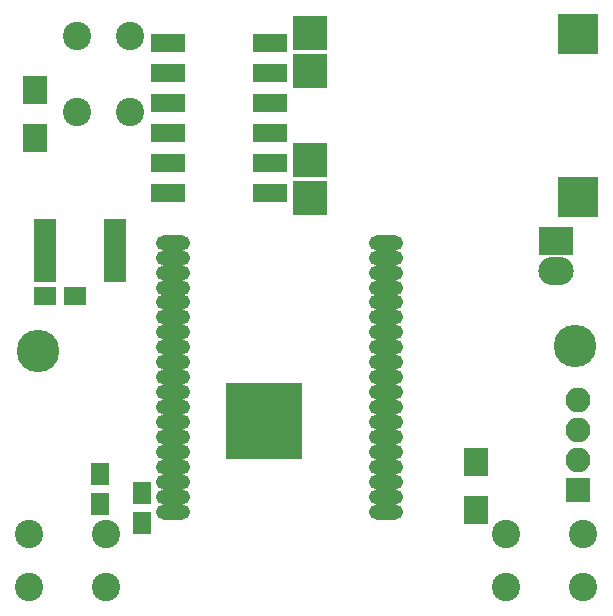
<source format=gbs>
G04 #@! TF.FileFunction,Soldermask,Bot*
%FSLAX46Y46*%
G04 Gerber Fmt 4.6, Leading zero omitted, Abs format (unit mm)*
G04 Created by KiCad (PCBNEW 4.0.6) date 01/04/18 03:56:18*
%MOMM*%
%LPD*%
G01*
G04 APERTURE LIST*
%ADD10C,0.100000*%
%ADD11C,3.600000*%
%ADD12O,2.900000X1.300000*%
%ADD13R,6.400000X6.400000*%
%ADD14C,2.400000*%
%ADD15R,3.000000X2.400000*%
%ADD16O,3.000000X2.400000*%
%ADD17R,1.650000X1.900000*%
%ADD18R,1.900000X1.650000*%
%ADD19R,2.100000X2.400000*%
%ADD20R,1.900000X0.850000*%
%ADD21R,2.840000X1.520000*%
%ADD22R,2.100000X2.100000*%
%ADD23O,2.100000X2.100000*%
%ADD24R,2.000000X2.400000*%
%ADD25R,3.400000X3.400000*%
%ADD26R,2.900000X2.900000*%
G04 APERTURE END LIST*
D10*
D11*
X169259000Y-117094000D03*
D12*
X198734000Y-130726000D03*
X198734000Y-129456000D03*
X198734000Y-128186000D03*
X198734000Y-126916000D03*
X198734000Y-125646000D03*
X198734000Y-124376000D03*
X198734000Y-123106000D03*
X198734000Y-121836000D03*
X198734000Y-120566000D03*
X198734000Y-119296000D03*
X198734000Y-118026000D03*
X198734000Y-116756000D03*
X198734000Y-115486000D03*
X198734000Y-114216000D03*
X198734000Y-112976000D03*
X198734000Y-111726000D03*
X198734000Y-110476000D03*
X198734000Y-109226000D03*
X198734000Y-107976000D03*
X180734000Y-107976000D03*
X180734000Y-109226000D03*
X180734000Y-110476000D03*
X180734000Y-111726000D03*
X180734000Y-112976000D03*
X180734000Y-114216000D03*
X180734000Y-115486000D03*
X180734000Y-116756000D03*
X180734000Y-118026000D03*
X180734000Y-119296000D03*
X180734000Y-120566000D03*
X180734000Y-121836000D03*
X180734000Y-123106000D03*
X180734000Y-124376000D03*
X180734000Y-125646000D03*
X180734000Y-126916000D03*
X180734000Y-128186000D03*
X180734000Y-129456000D03*
X180734000Y-130726000D03*
D13*
X188434000Y-123026000D03*
D14*
X215442800Y-137088000D03*
X215442800Y-132588000D03*
X208942800Y-137088000D03*
X208942800Y-132588000D03*
D15*
X213169500Y-107759500D03*
D16*
X213169500Y-110299500D03*
D17*
X178117500Y-129115500D03*
X178117500Y-131615500D03*
D18*
X169882500Y-112458500D03*
X172382500Y-112458500D03*
D19*
X169037000Y-95028000D03*
X169037000Y-99028000D03*
D14*
X172601500Y-96901000D03*
X177101500Y-96901000D03*
X172601500Y-90401000D03*
X177101500Y-90401000D03*
X168503600Y-132558400D03*
X168503600Y-137058400D03*
X175003600Y-132558400D03*
X175003600Y-137058400D03*
D20*
X169897000Y-110860000D03*
X169897000Y-110210000D03*
X169897000Y-109560000D03*
X169897000Y-108910000D03*
X169897000Y-108260000D03*
X169897000Y-107610000D03*
X169897000Y-106960000D03*
X169897000Y-106310000D03*
X175797000Y-106310000D03*
X175797000Y-106960000D03*
X175797000Y-107610000D03*
X175797000Y-108260000D03*
X175797000Y-108910000D03*
X175797000Y-109560000D03*
X175797000Y-110210000D03*
X175797000Y-110860000D03*
D21*
X188931000Y-91059000D03*
X180321000Y-103759000D03*
X188931000Y-93599000D03*
X180321000Y-101219000D03*
X188931000Y-96139000D03*
X180321000Y-98679000D03*
X188931000Y-98679000D03*
X180321000Y-96139000D03*
X188931000Y-101219000D03*
X180321000Y-93599000D03*
X188931000Y-103759000D03*
X180321000Y-91059000D03*
D22*
X214985600Y-128828800D03*
D23*
X214985600Y-126288800D03*
X214985600Y-123748800D03*
X214985600Y-121208800D03*
D17*
X174498000Y-127528000D03*
X174498000Y-130028000D03*
D24*
X206375000Y-126524000D03*
X206375000Y-130524000D03*
D25*
X215011000Y-90271600D03*
X215011000Y-104038400D03*
D26*
X192327000Y-104155000D03*
X192327000Y-90155000D03*
X192327000Y-93405000D03*
X192327000Y-100905000D03*
D11*
X214725000Y-116713000D03*
M02*

</source>
